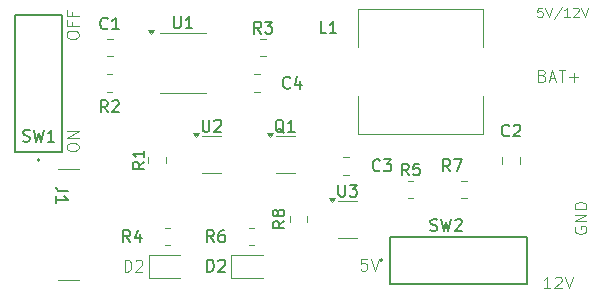
<source format=gbr>
%TF.GenerationSoftware,KiCad,Pcbnew,9.0.1*%
%TF.CreationDate,2025-07-07T08:11:32+05:30*%
%TF.ProjectId,BATTERY_CHARGING,42415454-4552-4595-9f43-48415247494e,rev?*%
%TF.SameCoordinates,Original*%
%TF.FileFunction,Legend,Top*%
%TF.FilePolarity,Positive*%
%FSLAX46Y46*%
G04 Gerber Fmt 4.6, Leading zero omitted, Abs format (unit mm)*
G04 Created by KiCad (PCBNEW 9.0.1) date 2025-07-07 08:11:32*
%MOMM*%
%LPD*%
G01*
G04 APERTURE LIST*
%ADD10C,0.100000*%
%ADD11C,0.125000*%
%ADD12C,0.150000*%
%ADD13C,0.120000*%
%ADD14C,0.127000*%
%ADD15C,0.200000*%
G04 APERTURE END LIST*
D10*
X166637217Y-99096895D02*
X166256265Y-99096895D01*
X166256265Y-99096895D02*
X166218169Y-99477847D01*
X166218169Y-99477847D02*
X166256265Y-99439752D01*
X166256265Y-99439752D02*
X166332455Y-99401657D01*
X166332455Y-99401657D02*
X166522931Y-99401657D01*
X166522931Y-99401657D02*
X166599122Y-99439752D01*
X166599122Y-99439752D02*
X166637217Y-99477847D01*
X166637217Y-99477847D02*
X166675312Y-99554038D01*
X166675312Y-99554038D02*
X166675312Y-99744514D01*
X166675312Y-99744514D02*
X166637217Y-99820704D01*
X166637217Y-99820704D02*
X166599122Y-99858800D01*
X166599122Y-99858800D02*
X166522931Y-99896895D01*
X166522931Y-99896895D02*
X166332455Y-99896895D01*
X166332455Y-99896895D02*
X166256265Y-99858800D01*
X166256265Y-99858800D02*
X166218169Y-99820704D01*
X166903884Y-99096895D02*
X167170551Y-99896895D01*
X167170551Y-99896895D02*
X167437217Y-99096895D01*
X168275312Y-99058800D02*
X167589598Y-100087371D01*
X168961026Y-99896895D02*
X168503883Y-99896895D01*
X168732455Y-99896895D02*
X168732455Y-99096895D01*
X168732455Y-99096895D02*
X168656264Y-99211180D01*
X168656264Y-99211180D02*
X168580074Y-99287371D01*
X168580074Y-99287371D02*
X168503883Y-99325466D01*
X169265788Y-99173085D02*
X169303884Y-99134990D01*
X169303884Y-99134990D02*
X169380074Y-99096895D01*
X169380074Y-99096895D02*
X169570550Y-99096895D01*
X169570550Y-99096895D02*
X169646741Y-99134990D01*
X169646741Y-99134990D02*
X169684836Y-99173085D01*
X169684836Y-99173085D02*
X169722931Y-99249276D01*
X169722931Y-99249276D02*
X169722931Y-99325466D01*
X169722931Y-99325466D02*
X169684836Y-99439752D01*
X169684836Y-99439752D02*
X169227693Y-99896895D01*
X169227693Y-99896895D02*
X169722931Y-99896895D01*
X169951503Y-99096895D02*
X170218170Y-99896895D01*
X170218170Y-99896895D02*
X170484836Y-99096895D01*
X126372419Y-101505639D02*
X126372419Y-101315163D01*
X126372419Y-101315163D02*
X126420038Y-101219925D01*
X126420038Y-101219925D02*
X126515276Y-101124687D01*
X126515276Y-101124687D02*
X126705752Y-101077068D01*
X126705752Y-101077068D02*
X127039085Y-101077068D01*
X127039085Y-101077068D02*
X127229561Y-101124687D01*
X127229561Y-101124687D02*
X127324800Y-101219925D01*
X127324800Y-101219925D02*
X127372419Y-101315163D01*
X127372419Y-101315163D02*
X127372419Y-101505639D01*
X127372419Y-101505639D02*
X127324800Y-101600877D01*
X127324800Y-101600877D02*
X127229561Y-101696115D01*
X127229561Y-101696115D02*
X127039085Y-101743734D01*
X127039085Y-101743734D02*
X126705752Y-101743734D01*
X126705752Y-101743734D02*
X126515276Y-101696115D01*
X126515276Y-101696115D02*
X126420038Y-101600877D01*
X126420038Y-101600877D02*
X126372419Y-101505639D01*
X126848609Y-100315163D02*
X126848609Y-100648496D01*
X127372419Y-100648496D02*
X126372419Y-100648496D01*
X126372419Y-100648496D02*
X126372419Y-100172306D01*
X126848609Y-99458020D02*
X126848609Y-99791353D01*
X127372419Y-99791353D02*
X126372419Y-99791353D01*
X126372419Y-99791353D02*
X126372419Y-99315163D01*
X126372419Y-111005639D02*
X126372419Y-110815163D01*
X126372419Y-110815163D02*
X126420038Y-110719925D01*
X126420038Y-110719925D02*
X126515276Y-110624687D01*
X126515276Y-110624687D02*
X126705752Y-110577068D01*
X126705752Y-110577068D02*
X127039085Y-110577068D01*
X127039085Y-110577068D02*
X127229561Y-110624687D01*
X127229561Y-110624687D02*
X127324800Y-110719925D01*
X127324800Y-110719925D02*
X127372419Y-110815163D01*
X127372419Y-110815163D02*
X127372419Y-111005639D01*
X127372419Y-111005639D02*
X127324800Y-111100877D01*
X127324800Y-111100877D02*
X127229561Y-111196115D01*
X127229561Y-111196115D02*
X127039085Y-111243734D01*
X127039085Y-111243734D02*
X126705752Y-111243734D01*
X126705752Y-111243734D02*
X126515276Y-111196115D01*
X126515276Y-111196115D02*
X126420038Y-111100877D01*
X126420038Y-111100877D02*
X126372419Y-111005639D01*
X127372419Y-110148496D02*
X126372419Y-110148496D01*
X126372419Y-110148496D02*
X127372419Y-109577068D01*
X127372419Y-109577068D02*
X126372419Y-109577068D01*
X166637217Y-104848609D02*
X166780074Y-104896228D01*
X166780074Y-104896228D02*
X166827693Y-104943847D01*
X166827693Y-104943847D02*
X166875312Y-105039085D01*
X166875312Y-105039085D02*
X166875312Y-105181942D01*
X166875312Y-105181942D02*
X166827693Y-105277180D01*
X166827693Y-105277180D02*
X166780074Y-105324800D01*
X166780074Y-105324800D02*
X166684836Y-105372419D01*
X166684836Y-105372419D02*
X166303884Y-105372419D01*
X166303884Y-105372419D02*
X166303884Y-104372419D01*
X166303884Y-104372419D02*
X166637217Y-104372419D01*
X166637217Y-104372419D02*
X166732455Y-104420038D01*
X166732455Y-104420038D02*
X166780074Y-104467657D01*
X166780074Y-104467657D02*
X166827693Y-104562895D01*
X166827693Y-104562895D02*
X166827693Y-104658133D01*
X166827693Y-104658133D02*
X166780074Y-104753371D01*
X166780074Y-104753371D02*
X166732455Y-104800990D01*
X166732455Y-104800990D02*
X166637217Y-104848609D01*
X166637217Y-104848609D02*
X166303884Y-104848609D01*
X167256265Y-105086704D02*
X167732455Y-105086704D01*
X167161027Y-105372419D02*
X167494360Y-104372419D01*
X167494360Y-104372419D02*
X167827693Y-105372419D01*
X168018170Y-104372419D02*
X168589598Y-104372419D01*
X168303884Y-105372419D02*
X168303884Y-104372419D01*
X168922932Y-104991466D02*
X169684837Y-104991466D01*
X169303884Y-105372419D02*
X169303884Y-104610514D01*
X167327693Y-122872419D02*
X166756265Y-122872419D01*
X167041979Y-122872419D02*
X167041979Y-121872419D01*
X167041979Y-121872419D02*
X166946741Y-122015276D01*
X166946741Y-122015276D02*
X166851503Y-122110514D01*
X166851503Y-122110514D02*
X166756265Y-122158133D01*
X167708646Y-121967657D02*
X167756265Y-121920038D01*
X167756265Y-121920038D02*
X167851503Y-121872419D01*
X167851503Y-121872419D02*
X168089598Y-121872419D01*
X168089598Y-121872419D02*
X168184836Y-121920038D01*
X168184836Y-121920038D02*
X168232455Y-121967657D01*
X168232455Y-121967657D02*
X168280074Y-122062895D01*
X168280074Y-122062895D02*
X168280074Y-122158133D01*
X168280074Y-122158133D02*
X168232455Y-122300990D01*
X168232455Y-122300990D02*
X167661027Y-122872419D01*
X167661027Y-122872419D02*
X168280074Y-122872419D01*
X168565789Y-121872419D02*
X168899122Y-122872419D01*
X168899122Y-122872419D02*
X169232455Y-121872419D01*
X169420038Y-117672306D02*
X169372419Y-117767544D01*
X169372419Y-117767544D02*
X169372419Y-117910401D01*
X169372419Y-117910401D02*
X169420038Y-118053258D01*
X169420038Y-118053258D02*
X169515276Y-118148496D01*
X169515276Y-118148496D02*
X169610514Y-118196115D01*
X169610514Y-118196115D02*
X169800990Y-118243734D01*
X169800990Y-118243734D02*
X169943847Y-118243734D01*
X169943847Y-118243734D02*
X170134323Y-118196115D01*
X170134323Y-118196115D02*
X170229561Y-118148496D01*
X170229561Y-118148496D02*
X170324800Y-118053258D01*
X170324800Y-118053258D02*
X170372419Y-117910401D01*
X170372419Y-117910401D02*
X170372419Y-117815163D01*
X170372419Y-117815163D02*
X170324800Y-117672306D01*
X170324800Y-117672306D02*
X170277180Y-117624687D01*
X170277180Y-117624687D02*
X169943847Y-117624687D01*
X169943847Y-117624687D02*
X169943847Y-117815163D01*
X170372419Y-117196115D02*
X169372419Y-117196115D01*
X169372419Y-117196115D02*
X170372419Y-116624687D01*
X170372419Y-116624687D02*
X169372419Y-116624687D01*
X170372419Y-116148496D02*
X169372419Y-116148496D01*
X169372419Y-116148496D02*
X169372419Y-115910401D01*
X169372419Y-115910401D02*
X169420038Y-115767544D01*
X169420038Y-115767544D02*
X169515276Y-115672306D01*
X169515276Y-115672306D02*
X169610514Y-115624687D01*
X169610514Y-115624687D02*
X169800990Y-115577068D01*
X169800990Y-115577068D02*
X169943847Y-115577068D01*
X169943847Y-115577068D02*
X170134323Y-115624687D01*
X170134323Y-115624687D02*
X170229561Y-115672306D01*
X170229561Y-115672306D02*
X170324800Y-115767544D01*
X170324800Y-115767544D02*
X170372419Y-115910401D01*
X170372419Y-115910401D02*
X170372419Y-116148496D01*
X151780074Y-120372419D02*
X151303884Y-120372419D01*
X151303884Y-120372419D02*
X151256265Y-120848609D01*
X151256265Y-120848609D02*
X151303884Y-120800990D01*
X151303884Y-120800990D02*
X151399122Y-120753371D01*
X151399122Y-120753371D02*
X151637217Y-120753371D01*
X151637217Y-120753371D02*
X151732455Y-120800990D01*
X151732455Y-120800990D02*
X151780074Y-120848609D01*
X151780074Y-120848609D02*
X151827693Y-120943847D01*
X151827693Y-120943847D02*
X151827693Y-121181942D01*
X151827693Y-121181942D02*
X151780074Y-121277180D01*
X151780074Y-121277180D02*
X151732455Y-121324800D01*
X151732455Y-121324800D02*
X151637217Y-121372419D01*
X151637217Y-121372419D02*
X151399122Y-121372419D01*
X151399122Y-121372419D02*
X151303884Y-121324800D01*
X151303884Y-121324800D02*
X151256265Y-121277180D01*
X152113408Y-120372419D02*
X152446741Y-121372419D01*
X152446741Y-121372419D02*
X152780074Y-120372419D01*
D11*
X131261905Y-121456119D02*
X131261905Y-120456119D01*
X131261905Y-120456119D02*
X131500000Y-120456119D01*
X131500000Y-120456119D02*
X131642857Y-120503738D01*
X131642857Y-120503738D02*
X131738095Y-120598976D01*
X131738095Y-120598976D02*
X131785714Y-120694214D01*
X131785714Y-120694214D02*
X131833333Y-120884690D01*
X131833333Y-120884690D02*
X131833333Y-121027547D01*
X131833333Y-121027547D02*
X131785714Y-121218023D01*
X131785714Y-121218023D02*
X131738095Y-121313261D01*
X131738095Y-121313261D02*
X131642857Y-121408500D01*
X131642857Y-121408500D02*
X131500000Y-121456119D01*
X131500000Y-121456119D02*
X131261905Y-121456119D01*
X132214286Y-120551357D02*
X132261905Y-120503738D01*
X132261905Y-120503738D02*
X132357143Y-120456119D01*
X132357143Y-120456119D02*
X132595238Y-120456119D01*
X132595238Y-120456119D02*
X132690476Y-120503738D01*
X132690476Y-120503738D02*
X132738095Y-120551357D01*
X132738095Y-120551357D02*
X132785714Y-120646595D01*
X132785714Y-120646595D02*
X132785714Y-120741833D01*
X132785714Y-120741833D02*
X132738095Y-120884690D01*
X132738095Y-120884690D02*
X132166667Y-121456119D01*
X132166667Y-121456119D02*
X132785714Y-121456119D01*
D12*
X126465180Y-114646666D02*
X125750895Y-114646666D01*
X125750895Y-114646666D02*
X125608038Y-114599047D01*
X125608038Y-114599047D02*
X125512800Y-114503809D01*
X125512800Y-114503809D02*
X125465180Y-114360952D01*
X125465180Y-114360952D02*
X125465180Y-114265714D01*
X125465180Y-115646666D02*
X125465180Y-115075238D01*
X125465180Y-115360952D02*
X126465180Y-115360952D01*
X126465180Y-115360952D02*
X126322323Y-115265714D01*
X126322323Y-115265714D02*
X126227085Y-115170476D01*
X126227085Y-115170476D02*
X126179466Y-115075238D01*
X157166667Y-117960800D02*
X157309524Y-118008419D01*
X157309524Y-118008419D02*
X157547619Y-118008419D01*
X157547619Y-118008419D02*
X157642857Y-117960800D01*
X157642857Y-117960800D02*
X157690476Y-117913180D01*
X157690476Y-117913180D02*
X157738095Y-117817942D01*
X157738095Y-117817942D02*
X157738095Y-117722704D01*
X157738095Y-117722704D02*
X157690476Y-117627466D01*
X157690476Y-117627466D02*
X157642857Y-117579847D01*
X157642857Y-117579847D02*
X157547619Y-117532228D01*
X157547619Y-117532228D02*
X157357143Y-117484609D01*
X157357143Y-117484609D02*
X157261905Y-117436990D01*
X157261905Y-117436990D02*
X157214286Y-117389371D01*
X157214286Y-117389371D02*
X157166667Y-117294133D01*
X157166667Y-117294133D02*
X157166667Y-117198895D01*
X157166667Y-117198895D02*
X157214286Y-117103657D01*
X157214286Y-117103657D02*
X157261905Y-117056038D01*
X157261905Y-117056038D02*
X157357143Y-117008419D01*
X157357143Y-117008419D02*
X157595238Y-117008419D01*
X157595238Y-117008419D02*
X157738095Y-117056038D01*
X158071429Y-117008419D02*
X158309524Y-118008419D01*
X158309524Y-118008419D02*
X158500000Y-117294133D01*
X158500000Y-117294133D02*
X158690476Y-118008419D01*
X158690476Y-118008419D02*
X158928572Y-117008419D01*
X159261905Y-117103657D02*
X159309524Y-117056038D01*
X159309524Y-117056038D02*
X159404762Y-117008419D01*
X159404762Y-117008419D02*
X159642857Y-117008419D01*
X159642857Y-117008419D02*
X159738095Y-117056038D01*
X159738095Y-117056038D02*
X159785714Y-117103657D01*
X159785714Y-117103657D02*
X159833333Y-117198895D01*
X159833333Y-117198895D02*
X159833333Y-117294133D01*
X159833333Y-117294133D02*
X159785714Y-117436990D01*
X159785714Y-117436990D02*
X159214286Y-118008419D01*
X159214286Y-118008419D02*
X159833333Y-118008419D01*
X158833333Y-112954819D02*
X158500000Y-112478628D01*
X158261905Y-112954819D02*
X158261905Y-111954819D01*
X158261905Y-111954819D02*
X158642857Y-111954819D01*
X158642857Y-111954819D02*
X158738095Y-112002438D01*
X158738095Y-112002438D02*
X158785714Y-112050057D01*
X158785714Y-112050057D02*
X158833333Y-112145295D01*
X158833333Y-112145295D02*
X158833333Y-112288152D01*
X158833333Y-112288152D02*
X158785714Y-112383390D01*
X158785714Y-112383390D02*
X158738095Y-112431009D01*
X158738095Y-112431009D02*
X158642857Y-112478628D01*
X158642857Y-112478628D02*
X158261905Y-112478628D01*
X159166667Y-111954819D02*
X159833333Y-111954819D01*
X159833333Y-111954819D02*
X159404762Y-112954819D01*
X163833333Y-109909580D02*
X163785714Y-109957200D01*
X163785714Y-109957200D02*
X163642857Y-110004819D01*
X163642857Y-110004819D02*
X163547619Y-110004819D01*
X163547619Y-110004819D02*
X163404762Y-109957200D01*
X163404762Y-109957200D02*
X163309524Y-109861961D01*
X163309524Y-109861961D02*
X163261905Y-109766723D01*
X163261905Y-109766723D02*
X163214286Y-109576247D01*
X163214286Y-109576247D02*
X163214286Y-109433390D01*
X163214286Y-109433390D02*
X163261905Y-109242914D01*
X163261905Y-109242914D02*
X163309524Y-109147676D01*
X163309524Y-109147676D02*
X163404762Y-109052438D01*
X163404762Y-109052438D02*
X163547619Y-109004819D01*
X163547619Y-109004819D02*
X163642857Y-109004819D01*
X163642857Y-109004819D02*
X163785714Y-109052438D01*
X163785714Y-109052438D02*
X163833333Y-109100057D01*
X164214286Y-109100057D02*
X164261905Y-109052438D01*
X164261905Y-109052438D02*
X164357143Y-109004819D01*
X164357143Y-109004819D02*
X164595238Y-109004819D01*
X164595238Y-109004819D02*
X164690476Y-109052438D01*
X164690476Y-109052438D02*
X164738095Y-109100057D01*
X164738095Y-109100057D02*
X164785714Y-109195295D01*
X164785714Y-109195295D02*
X164785714Y-109290533D01*
X164785714Y-109290533D02*
X164738095Y-109433390D01*
X164738095Y-109433390D02*
X164166667Y-110004819D01*
X164166667Y-110004819D02*
X164785714Y-110004819D01*
X144767261Y-109700057D02*
X144672023Y-109652438D01*
X144672023Y-109652438D02*
X144576785Y-109557200D01*
X144576785Y-109557200D02*
X144433928Y-109414342D01*
X144433928Y-109414342D02*
X144338690Y-109366723D01*
X144338690Y-109366723D02*
X144243452Y-109366723D01*
X144291071Y-109604819D02*
X144195833Y-109557200D01*
X144195833Y-109557200D02*
X144100595Y-109461961D01*
X144100595Y-109461961D02*
X144052976Y-109271485D01*
X144052976Y-109271485D02*
X144052976Y-108938152D01*
X144052976Y-108938152D02*
X144100595Y-108747676D01*
X144100595Y-108747676D02*
X144195833Y-108652438D01*
X144195833Y-108652438D02*
X144291071Y-108604819D01*
X144291071Y-108604819D02*
X144481547Y-108604819D01*
X144481547Y-108604819D02*
X144576785Y-108652438D01*
X144576785Y-108652438D02*
X144672023Y-108747676D01*
X144672023Y-108747676D02*
X144719642Y-108938152D01*
X144719642Y-108938152D02*
X144719642Y-109271485D01*
X144719642Y-109271485D02*
X144672023Y-109461961D01*
X144672023Y-109461961D02*
X144576785Y-109557200D01*
X144576785Y-109557200D02*
X144481547Y-109604819D01*
X144481547Y-109604819D02*
X144291071Y-109604819D01*
X145672023Y-109604819D02*
X145100595Y-109604819D01*
X145386309Y-109604819D02*
X145386309Y-108604819D01*
X145386309Y-108604819D02*
X145291071Y-108747676D01*
X145291071Y-108747676D02*
X145195833Y-108842914D01*
X145195833Y-108842914D02*
X145100595Y-108890533D01*
X155333333Y-113304819D02*
X155000000Y-112828628D01*
X154761905Y-113304819D02*
X154761905Y-112304819D01*
X154761905Y-112304819D02*
X155142857Y-112304819D01*
X155142857Y-112304819D02*
X155238095Y-112352438D01*
X155238095Y-112352438D02*
X155285714Y-112400057D01*
X155285714Y-112400057D02*
X155333333Y-112495295D01*
X155333333Y-112495295D02*
X155333333Y-112638152D01*
X155333333Y-112638152D02*
X155285714Y-112733390D01*
X155285714Y-112733390D02*
X155238095Y-112781009D01*
X155238095Y-112781009D02*
X155142857Y-112828628D01*
X155142857Y-112828628D02*
X154761905Y-112828628D01*
X156238095Y-112304819D02*
X155761905Y-112304819D01*
X155761905Y-112304819D02*
X155714286Y-112781009D01*
X155714286Y-112781009D02*
X155761905Y-112733390D01*
X155761905Y-112733390D02*
X155857143Y-112685771D01*
X155857143Y-112685771D02*
X156095238Y-112685771D01*
X156095238Y-112685771D02*
X156190476Y-112733390D01*
X156190476Y-112733390D02*
X156238095Y-112781009D01*
X156238095Y-112781009D02*
X156285714Y-112876247D01*
X156285714Y-112876247D02*
X156285714Y-113114342D01*
X156285714Y-113114342D02*
X156238095Y-113209580D01*
X156238095Y-113209580D02*
X156190476Y-113257200D01*
X156190476Y-113257200D02*
X156095238Y-113304819D01*
X156095238Y-113304819D02*
X155857143Y-113304819D01*
X155857143Y-113304819D02*
X155761905Y-113257200D01*
X155761905Y-113257200D02*
X155714286Y-113209580D01*
X129833333Y-100859580D02*
X129785714Y-100907200D01*
X129785714Y-100907200D02*
X129642857Y-100954819D01*
X129642857Y-100954819D02*
X129547619Y-100954819D01*
X129547619Y-100954819D02*
X129404762Y-100907200D01*
X129404762Y-100907200D02*
X129309524Y-100811961D01*
X129309524Y-100811961D02*
X129261905Y-100716723D01*
X129261905Y-100716723D02*
X129214286Y-100526247D01*
X129214286Y-100526247D02*
X129214286Y-100383390D01*
X129214286Y-100383390D02*
X129261905Y-100192914D01*
X129261905Y-100192914D02*
X129309524Y-100097676D01*
X129309524Y-100097676D02*
X129404762Y-100002438D01*
X129404762Y-100002438D02*
X129547619Y-99954819D01*
X129547619Y-99954819D02*
X129642857Y-99954819D01*
X129642857Y-99954819D02*
X129785714Y-100002438D01*
X129785714Y-100002438D02*
X129833333Y-100050057D01*
X130785714Y-100954819D02*
X130214286Y-100954819D01*
X130500000Y-100954819D02*
X130500000Y-99954819D01*
X130500000Y-99954819D02*
X130404762Y-100097676D01*
X130404762Y-100097676D02*
X130309524Y-100192914D01*
X130309524Y-100192914D02*
X130214286Y-100240533D01*
X137875595Y-108604819D02*
X137875595Y-109414342D01*
X137875595Y-109414342D02*
X137923214Y-109509580D01*
X137923214Y-109509580D02*
X137970833Y-109557200D01*
X137970833Y-109557200D02*
X138066071Y-109604819D01*
X138066071Y-109604819D02*
X138256547Y-109604819D01*
X138256547Y-109604819D02*
X138351785Y-109557200D01*
X138351785Y-109557200D02*
X138399404Y-109509580D01*
X138399404Y-109509580D02*
X138447023Y-109414342D01*
X138447023Y-109414342D02*
X138447023Y-108604819D01*
X138875595Y-108700057D02*
X138923214Y-108652438D01*
X138923214Y-108652438D02*
X139018452Y-108604819D01*
X139018452Y-108604819D02*
X139256547Y-108604819D01*
X139256547Y-108604819D02*
X139351785Y-108652438D01*
X139351785Y-108652438D02*
X139399404Y-108700057D01*
X139399404Y-108700057D02*
X139447023Y-108795295D01*
X139447023Y-108795295D02*
X139447023Y-108890533D01*
X139447023Y-108890533D02*
X139399404Y-109033390D01*
X139399404Y-109033390D02*
X138827976Y-109604819D01*
X138827976Y-109604819D02*
X139447023Y-109604819D01*
X152883333Y-112859580D02*
X152835714Y-112907200D01*
X152835714Y-112907200D02*
X152692857Y-112954819D01*
X152692857Y-112954819D02*
X152597619Y-112954819D01*
X152597619Y-112954819D02*
X152454762Y-112907200D01*
X152454762Y-112907200D02*
X152359524Y-112811961D01*
X152359524Y-112811961D02*
X152311905Y-112716723D01*
X152311905Y-112716723D02*
X152264286Y-112526247D01*
X152264286Y-112526247D02*
X152264286Y-112383390D01*
X152264286Y-112383390D02*
X152311905Y-112192914D01*
X152311905Y-112192914D02*
X152359524Y-112097676D01*
X152359524Y-112097676D02*
X152454762Y-112002438D01*
X152454762Y-112002438D02*
X152597619Y-111954819D01*
X152597619Y-111954819D02*
X152692857Y-111954819D01*
X152692857Y-111954819D02*
X152835714Y-112002438D01*
X152835714Y-112002438D02*
X152883333Y-112050057D01*
X153216667Y-111954819D02*
X153835714Y-111954819D01*
X153835714Y-111954819D02*
X153502381Y-112335771D01*
X153502381Y-112335771D02*
X153645238Y-112335771D01*
X153645238Y-112335771D02*
X153740476Y-112383390D01*
X153740476Y-112383390D02*
X153788095Y-112431009D01*
X153788095Y-112431009D02*
X153835714Y-112526247D01*
X153835714Y-112526247D02*
X153835714Y-112764342D01*
X153835714Y-112764342D02*
X153788095Y-112859580D01*
X153788095Y-112859580D02*
X153740476Y-112907200D01*
X153740476Y-112907200D02*
X153645238Y-112954819D01*
X153645238Y-112954819D02*
X153359524Y-112954819D01*
X153359524Y-112954819D02*
X153264286Y-112907200D01*
X153264286Y-112907200D02*
X153216667Y-112859580D01*
X149375595Y-114104819D02*
X149375595Y-114914342D01*
X149375595Y-114914342D02*
X149423214Y-115009580D01*
X149423214Y-115009580D02*
X149470833Y-115057200D01*
X149470833Y-115057200D02*
X149566071Y-115104819D01*
X149566071Y-115104819D02*
X149756547Y-115104819D01*
X149756547Y-115104819D02*
X149851785Y-115057200D01*
X149851785Y-115057200D02*
X149899404Y-115009580D01*
X149899404Y-115009580D02*
X149947023Y-114914342D01*
X149947023Y-114914342D02*
X149947023Y-114104819D01*
X150327976Y-114104819D02*
X150947023Y-114104819D01*
X150947023Y-114104819D02*
X150613690Y-114485771D01*
X150613690Y-114485771D02*
X150756547Y-114485771D01*
X150756547Y-114485771D02*
X150851785Y-114533390D01*
X150851785Y-114533390D02*
X150899404Y-114581009D01*
X150899404Y-114581009D02*
X150947023Y-114676247D01*
X150947023Y-114676247D02*
X150947023Y-114914342D01*
X150947023Y-114914342D02*
X150899404Y-115009580D01*
X150899404Y-115009580D02*
X150851785Y-115057200D01*
X150851785Y-115057200D02*
X150756547Y-115104819D01*
X150756547Y-115104819D02*
X150470833Y-115104819D01*
X150470833Y-115104819D02*
X150375595Y-115057200D01*
X150375595Y-115057200D02*
X150327976Y-115009580D01*
X122666667Y-110407200D02*
X122809524Y-110454819D01*
X122809524Y-110454819D02*
X123047619Y-110454819D01*
X123047619Y-110454819D02*
X123142857Y-110407200D01*
X123142857Y-110407200D02*
X123190476Y-110359580D01*
X123190476Y-110359580D02*
X123238095Y-110264342D01*
X123238095Y-110264342D02*
X123238095Y-110169104D01*
X123238095Y-110169104D02*
X123190476Y-110073866D01*
X123190476Y-110073866D02*
X123142857Y-110026247D01*
X123142857Y-110026247D02*
X123047619Y-109978628D01*
X123047619Y-109978628D02*
X122857143Y-109931009D01*
X122857143Y-109931009D02*
X122761905Y-109883390D01*
X122761905Y-109883390D02*
X122714286Y-109835771D01*
X122714286Y-109835771D02*
X122666667Y-109740533D01*
X122666667Y-109740533D02*
X122666667Y-109645295D01*
X122666667Y-109645295D02*
X122714286Y-109550057D01*
X122714286Y-109550057D02*
X122761905Y-109502438D01*
X122761905Y-109502438D02*
X122857143Y-109454819D01*
X122857143Y-109454819D02*
X123095238Y-109454819D01*
X123095238Y-109454819D02*
X123238095Y-109502438D01*
X123571429Y-109454819D02*
X123809524Y-110454819D01*
X123809524Y-110454819D02*
X124000000Y-109740533D01*
X124000000Y-109740533D02*
X124190476Y-110454819D01*
X124190476Y-110454819D02*
X124428572Y-109454819D01*
X125333333Y-110454819D02*
X124761905Y-110454819D01*
X125047619Y-110454819D02*
X125047619Y-109454819D01*
X125047619Y-109454819D02*
X124952381Y-109597676D01*
X124952381Y-109597676D02*
X124857143Y-109692914D01*
X124857143Y-109692914D02*
X124761905Y-109740533D01*
X142833333Y-101304819D02*
X142500000Y-100828628D01*
X142261905Y-101304819D02*
X142261905Y-100304819D01*
X142261905Y-100304819D02*
X142642857Y-100304819D01*
X142642857Y-100304819D02*
X142738095Y-100352438D01*
X142738095Y-100352438D02*
X142785714Y-100400057D01*
X142785714Y-100400057D02*
X142833333Y-100495295D01*
X142833333Y-100495295D02*
X142833333Y-100638152D01*
X142833333Y-100638152D02*
X142785714Y-100733390D01*
X142785714Y-100733390D02*
X142738095Y-100781009D01*
X142738095Y-100781009D02*
X142642857Y-100828628D01*
X142642857Y-100828628D02*
X142261905Y-100828628D01*
X143166667Y-100304819D02*
X143785714Y-100304819D01*
X143785714Y-100304819D02*
X143452381Y-100685771D01*
X143452381Y-100685771D02*
X143595238Y-100685771D01*
X143595238Y-100685771D02*
X143690476Y-100733390D01*
X143690476Y-100733390D02*
X143738095Y-100781009D01*
X143738095Y-100781009D02*
X143785714Y-100876247D01*
X143785714Y-100876247D02*
X143785714Y-101114342D01*
X143785714Y-101114342D02*
X143738095Y-101209580D01*
X143738095Y-101209580D02*
X143690476Y-101257200D01*
X143690476Y-101257200D02*
X143595238Y-101304819D01*
X143595238Y-101304819D02*
X143309524Y-101304819D01*
X143309524Y-101304819D02*
X143214286Y-101257200D01*
X143214286Y-101257200D02*
X143166667Y-101209580D01*
X132954819Y-112166666D02*
X132478628Y-112499999D01*
X132954819Y-112738094D02*
X131954819Y-112738094D01*
X131954819Y-112738094D02*
X131954819Y-112357142D01*
X131954819Y-112357142D02*
X132002438Y-112261904D01*
X132002438Y-112261904D02*
X132050057Y-112214285D01*
X132050057Y-112214285D02*
X132145295Y-112166666D01*
X132145295Y-112166666D02*
X132288152Y-112166666D01*
X132288152Y-112166666D02*
X132383390Y-112214285D01*
X132383390Y-112214285D02*
X132431009Y-112261904D01*
X132431009Y-112261904D02*
X132478628Y-112357142D01*
X132478628Y-112357142D02*
X132478628Y-112738094D01*
X132954819Y-111214285D02*
X132954819Y-111785713D01*
X132954819Y-111499999D02*
X131954819Y-111499999D01*
X131954819Y-111499999D02*
X132097676Y-111595237D01*
X132097676Y-111595237D02*
X132192914Y-111690475D01*
X132192914Y-111690475D02*
X132240533Y-111785713D01*
X135438095Y-99854819D02*
X135438095Y-100664342D01*
X135438095Y-100664342D02*
X135485714Y-100759580D01*
X135485714Y-100759580D02*
X135533333Y-100807200D01*
X135533333Y-100807200D02*
X135628571Y-100854819D01*
X135628571Y-100854819D02*
X135819047Y-100854819D01*
X135819047Y-100854819D02*
X135914285Y-100807200D01*
X135914285Y-100807200D02*
X135961904Y-100759580D01*
X135961904Y-100759580D02*
X136009523Y-100664342D01*
X136009523Y-100664342D02*
X136009523Y-99854819D01*
X137009523Y-100854819D02*
X136438095Y-100854819D01*
X136723809Y-100854819D02*
X136723809Y-99854819D01*
X136723809Y-99854819D02*
X136628571Y-99997676D01*
X136628571Y-99997676D02*
X136533333Y-100092914D01*
X136533333Y-100092914D02*
X136438095Y-100140533D01*
X148333333Y-101254819D02*
X147857143Y-101254819D01*
X147857143Y-101254819D02*
X147857143Y-100254819D01*
X149190476Y-101254819D02*
X148619048Y-101254819D01*
X148904762Y-101254819D02*
X148904762Y-100254819D01*
X148904762Y-100254819D02*
X148809524Y-100397676D01*
X148809524Y-100397676D02*
X148714286Y-100492914D01*
X148714286Y-100492914D02*
X148619048Y-100540533D01*
X144804819Y-117166666D02*
X144328628Y-117499999D01*
X144804819Y-117738094D02*
X143804819Y-117738094D01*
X143804819Y-117738094D02*
X143804819Y-117357142D01*
X143804819Y-117357142D02*
X143852438Y-117261904D01*
X143852438Y-117261904D02*
X143900057Y-117214285D01*
X143900057Y-117214285D02*
X143995295Y-117166666D01*
X143995295Y-117166666D02*
X144138152Y-117166666D01*
X144138152Y-117166666D02*
X144233390Y-117214285D01*
X144233390Y-117214285D02*
X144281009Y-117261904D01*
X144281009Y-117261904D02*
X144328628Y-117357142D01*
X144328628Y-117357142D02*
X144328628Y-117738094D01*
X144233390Y-116595237D02*
X144185771Y-116690475D01*
X144185771Y-116690475D02*
X144138152Y-116738094D01*
X144138152Y-116738094D02*
X144042914Y-116785713D01*
X144042914Y-116785713D02*
X143995295Y-116785713D01*
X143995295Y-116785713D02*
X143900057Y-116738094D01*
X143900057Y-116738094D02*
X143852438Y-116690475D01*
X143852438Y-116690475D02*
X143804819Y-116595237D01*
X143804819Y-116595237D02*
X143804819Y-116404761D01*
X143804819Y-116404761D02*
X143852438Y-116309523D01*
X143852438Y-116309523D02*
X143900057Y-116261904D01*
X143900057Y-116261904D02*
X143995295Y-116214285D01*
X143995295Y-116214285D02*
X144042914Y-116214285D01*
X144042914Y-116214285D02*
X144138152Y-116261904D01*
X144138152Y-116261904D02*
X144185771Y-116309523D01*
X144185771Y-116309523D02*
X144233390Y-116404761D01*
X144233390Y-116404761D02*
X144233390Y-116595237D01*
X144233390Y-116595237D02*
X144281009Y-116690475D01*
X144281009Y-116690475D02*
X144328628Y-116738094D01*
X144328628Y-116738094D02*
X144423866Y-116785713D01*
X144423866Y-116785713D02*
X144614342Y-116785713D01*
X144614342Y-116785713D02*
X144709580Y-116738094D01*
X144709580Y-116738094D02*
X144757200Y-116690475D01*
X144757200Y-116690475D02*
X144804819Y-116595237D01*
X144804819Y-116595237D02*
X144804819Y-116404761D01*
X144804819Y-116404761D02*
X144757200Y-116309523D01*
X144757200Y-116309523D02*
X144709580Y-116261904D01*
X144709580Y-116261904D02*
X144614342Y-116214285D01*
X144614342Y-116214285D02*
X144423866Y-116214285D01*
X144423866Y-116214285D02*
X144328628Y-116261904D01*
X144328628Y-116261904D02*
X144281009Y-116309523D01*
X144281009Y-116309523D02*
X144233390Y-116404761D01*
X138833333Y-118954819D02*
X138500000Y-118478628D01*
X138261905Y-118954819D02*
X138261905Y-117954819D01*
X138261905Y-117954819D02*
X138642857Y-117954819D01*
X138642857Y-117954819D02*
X138738095Y-118002438D01*
X138738095Y-118002438D02*
X138785714Y-118050057D01*
X138785714Y-118050057D02*
X138833333Y-118145295D01*
X138833333Y-118145295D02*
X138833333Y-118288152D01*
X138833333Y-118288152D02*
X138785714Y-118383390D01*
X138785714Y-118383390D02*
X138738095Y-118431009D01*
X138738095Y-118431009D02*
X138642857Y-118478628D01*
X138642857Y-118478628D02*
X138261905Y-118478628D01*
X139690476Y-117954819D02*
X139500000Y-117954819D01*
X139500000Y-117954819D02*
X139404762Y-118002438D01*
X139404762Y-118002438D02*
X139357143Y-118050057D01*
X139357143Y-118050057D02*
X139261905Y-118192914D01*
X139261905Y-118192914D02*
X139214286Y-118383390D01*
X139214286Y-118383390D02*
X139214286Y-118764342D01*
X139214286Y-118764342D02*
X139261905Y-118859580D01*
X139261905Y-118859580D02*
X139309524Y-118907200D01*
X139309524Y-118907200D02*
X139404762Y-118954819D01*
X139404762Y-118954819D02*
X139595238Y-118954819D01*
X139595238Y-118954819D02*
X139690476Y-118907200D01*
X139690476Y-118907200D02*
X139738095Y-118859580D01*
X139738095Y-118859580D02*
X139785714Y-118764342D01*
X139785714Y-118764342D02*
X139785714Y-118526247D01*
X139785714Y-118526247D02*
X139738095Y-118431009D01*
X139738095Y-118431009D02*
X139690476Y-118383390D01*
X139690476Y-118383390D02*
X139595238Y-118335771D01*
X139595238Y-118335771D02*
X139404762Y-118335771D01*
X139404762Y-118335771D02*
X139309524Y-118383390D01*
X139309524Y-118383390D02*
X139261905Y-118431009D01*
X139261905Y-118431009D02*
X139214286Y-118526247D01*
X138261905Y-121454819D02*
X138261905Y-120454819D01*
X138261905Y-120454819D02*
X138500000Y-120454819D01*
X138500000Y-120454819D02*
X138642857Y-120502438D01*
X138642857Y-120502438D02*
X138738095Y-120597676D01*
X138738095Y-120597676D02*
X138785714Y-120692914D01*
X138785714Y-120692914D02*
X138833333Y-120883390D01*
X138833333Y-120883390D02*
X138833333Y-121026247D01*
X138833333Y-121026247D02*
X138785714Y-121216723D01*
X138785714Y-121216723D02*
X138738095Y-121311961D01*
X138738095Y-121311961D02*
X138642857Y-121407200D01*
X138642857Y-121407200D02*
X138500000Y-121454819D01*
X138500000Y-121454819D02*
X138261905Y-121454819D01*
X139214286Y-120550057D02*
X139261905Y-120502438D01*
X139261905Y-120502438D02*
X139357143Y-120454819D01*
X139357143Y-120454819D02*
X139595238Y-120454819D01*
X139595238Y-120454819D02*
X139690476Y-120502438D01*
X139690476Y-120502438D02*
X139738095Y-120550057D01*
X139738095Y-120550057D02*
X139785714Y-120645295D01*
X139785714Y-120645295D02*
X139785714Y-120740533D01*
X139785714Y-120740533D02*
X139738095Y-120883390D01*
X139738095Y-120883390D02*
X139166667Y-121454819D01*
X139166667Y-121454819D02*
X139785714Y-121454819D01*
X129833333Y-107954819D02*
X129500000Y-107478628D01*
X129261905Y-107954819D02*
X129261905Y-106954819D01*
X129261905Y-106954819D02*
X129642857Y-106954819D01*
X129642857Y-106954819D02*
X129738095Y-107002438D01*
X129738095Y-107002438D02*
X129785714Y-107050057D01*
X129785714Y-107050057D02*
X129833333Y-107145295D01*
X129833333Y-107145295D02*
X129833333Y-107288152D01*
X129833333Y-107288152D02*
X129785714Y-107383390D01*
X129785714Y-107383390D02*
X129738095Y-107431009D01*
X129738095Y-107431009D02*
X129642857Y-107478628D01*
X129642857Y-107478628D02*
X129261905Y-107478628D01*
X130214286Y-107050057D02*
X130261905Y-107002438D01*
X130261905Y-107002438D02*
X130357143Y-106954819D01*
X130357143Y-106954819D02*
X130595238Y-106954819D01*
X130595238Y-106954819D02*
X130690476Y-107002438D01*
X130690476Y-107002438D02*
X130738095Y-107050057D01*
X130738095Y-107050057D02*
X130785714Y-107145295D01*
X130785714Y-107145295D02*
X130785714Y-107240533D01*
X130785714Y-107240533D02*
X130738095Y-107383390D01*
X130738095Y-107383390D02*
X130166667Y-107954819D01*
X130166667Y-107954819D02*
X130785714Y-107954819D01*
X145283333Y-105859580D02*
X145235714Y-105907200D01*
X145235714Y-105907200D02*
X145092857Y-105954819D01*
X145092857Y-105954819D02*
X144997619Y-105954819D01*
X144997619Y-105954819D02*
X144854762Y-105907200D01*
X144854762Y-105907200D02*
X144759524Y-105811961D01*
X144759524Y-105811961D02*
X144711905Y-105716723D01*
X144711905Y-105716723D02*
X144664286Y-105526247D01*
X144664286Y-105526247D02*
X144664286Y-105383390D01*
X144664286Y-105383390D02*
X144711905Y-105192914D01*
X144711905Y-105192914D02*
X144759524Y-105097676D01*
X144759524Y-105097676D02*
X144854762Y-105002438D01*
X144854762Y-105002438D02*
X144997619Y-104954819D01*
X144997619Y-104954819D02*
X145092857Y-104954819D01*
X145092857Y-104954819D02*
X145235714Y-105002438D01*
X145235714Y-105002438D02*
X145283333Y-105050057D01*
X146140476Y-105288152D02*
X146140476Y-105954819D01*
X145902381Y-104907200D02*
X145664286Y-105621485D01*
X145664286Y-105621485D02*
X146283333Y-105621485D01*
X131745833Y-118954819D02*
X131412500Y-118478628D01*
X131174405Y-118954819D02*
X131174405Y-117954819D01*
X131174405Y-117954819D02*
X131555357Y-117954819D01*
X131555357Y-117954819D02*
X131650595Y-118002438D01*
X131650595Y-118002438D02*
X131698214Y-118050057D01*
X131698214Y-118050057D02*
X131745833Y-118145295D01*
X131745833Y-118145295D02*
X131745833Y-118288152D01*
X131745833Y-118288152D02*
X131698214Y-118383390D01*
X131698214Y-118383390D02*
X131650595Y-118431009D01*
X131650595Y-118431009D02*
X131555357Y-118478628D01*
X131555357Y-118478628D02*
X131174405Y-118478628D01*
X132602976Y-118288152D02*
X132602976Y-118954819D01*
X132364881Y-117907200D02*
X132126786Y-118621485D01*
X132126786Y-118621485D02*
X132745833Y-118621485D01*
D13*
%TO.C,J1*%
X125670000Y-112810000D02*
X127370000Y-112810000D01*
X125670000Y-122150000D02*
X127370000Y-122150000D01*
D14*
%TO.C,SW2*%
X153700000Y-118500000D02*
X153700000Y-122500000D01*
X153700000Y-122500000D02*
X165300000Y-122500000D01*
X165300000Y-118500000D02*
X153700000Y-118500000D01*
X165300000Y-122500000D02*
X165300000Y-118500000D01*
D15*
X153100000Y-120500000D02*
G75*
G02*
X152900000Y-120500000I-100000J0D01*
G01*
X152900000Y-120500000D02*
G75*
G02*
X153100000Y-120500000I100000J0D01*
G01*
D13*
%TO.C,R7*%
X159772936Y-113765000D02*
X160227064Y-113765000D01*
X159772936Y-115235000D02*
X160227064Y-115235000D01*
%TO.C,C2*%
X163265000Y-112311252D02*
X163265000Y-111788748D01*
X164735000Y-112311252D02*
X164735000Y-111788748D01*
%TO.C,Q1*%
X144862500Y-109990000D02*
X144062500Y-109990000D01*
X144862500Y-109990000D02*
X145662500Y-109990000D01*
X144862500Y-113110000D02*
X144062500Y-113110000D01*
X144862500Y-113110000D02*
X145662500Y-113110000D01*
X143562500Y-110040000D02*
X143322500Y-109710000D01*
X143802500Y-109710000D01*
X143562500Y-110040000D01*
G36*
X143562500Y-110040000D02*
G01*
X143322500Y-109710000D01*
X143802500Y-109710000D01*
X143562500Y-110040000D01*
G37*
%TO.C,R5*%
X155272936Y-113765000D02*
X155727064Y-113765000D01*
X155272936Y-115235000D02*
X155727064Y-115235000D01*
%TO.C,C1*%
X129788748Y-101765000D02*
X130311252Y-101765000D01*
X129788748Y-103235000D02*
X130311252Y-103235000D01*
%TO.C,U2*%
X138637500Y-109990000D02*
X137837500Y-109990000D01*
X138637500Y-109990000D02*
X139437500Y-109990000D01*
X138637500Y-113110000D02*
X137837500Y-113110000D01*
X138637500Y-113110000D02*
X139437500Y-113110000D01*
X137337500Y-110040000D02*
X137097500Y-109710000D01*
X137577500Y-109710000D01*
X137337500Y-110040000D01*
G36*
X137337500Y-110040000D02*
G01*
X137097500Y-109710000D01*
X137577500Y-109710000D01*
X137337500Y-110040000D01*
G37*
%TO.C,C3*%
X150311252Y-111765000D02*
X149788748Y-111765000D01*
X150311252Y-113235000D02*
X149788748Y-113235000D01*
%TO.C,U3*%
X150137500Y-115490000D02*
X149337500Y-115490000D01*
X150137500Y-115490000D02*
X150937500Y-115490000D01*
X150137500Y-118610000D02*
X149337500Y-118610000D01*
X150137500Y-118610000D02*
X150937500Y-118610000D01*
X148837500Y-115540000D02*
X148597500Y-115210000D01*
X149077500Y-115210000D01*
X148837500Y-115540000D01*
G36*
X148837500Y-115540000D02*
G01*
X148597500Y-115210000D01*
X149077500Y-115210000D01*
X148837500Y-115540000D01*
G37*
D14*
%TO.C,SW1*%
X122000000Y-99700000D02*
X122000000Y-111300000D01*
X122000000Y-111300000D02*
X126000000Y-111300000D01*
X126000000Y-99700000D02*
X122000000Y-99700000D01*
X126000000Y-111300000D02*
X126000000Y-99700000D01*
D15*
X124100000Y-112000000D02*
G75*
G02*
X123900000Y-112000000I-100000J0D01*
G01*
X123900000Y-112000000D02*
G75*
G02*
X124100000Y-112000000I100000J0D01*
G01*
D13*
%TO.C,R3*%
X142772936Y-101765000D02*
X143227064Y-101765000D01*
X142772936Y-103235000D02*
X143227064Y-103235000D01*
%TO.C,R1*%
X133265000Y-111772936D02*
X133265000Y-112227064D01*
X134735000Y-111772936D02*
X134735000Y-112227064D01*
%TO.C,U1*%
X136200000Y-101240000D02*
X134250000Y-101240000D01*
X136200000Y-101240000D02*
X138150000Y-101240000D01*
X136200000Y-106360000D02*
X134250000Y-106360000D01*
X136200000Y-106360000D02*
X138150000Y-106360000D01*
X133500000Y-101335000D02*
X133260000Y-101005000D01*
X133740000Y-101005000D01*
X133500000Y-101335000D01*
G36*
X133500000Y-101335000D02*
G01*
X133260000Y-101005000D01*
X133740000Y-101005000D01*
X133500000Y-101335000D01*
G37*
%TO.C,L1*%
X151050000Y-99200000D02*
X161650000Y-99200000D01*
X151050000Y-102400000D02*
X151050000Y-99200000D01*
X151050000Y-109800000D02*
X151050000Y-106600000D01*
X161650000Y-99200000D02*
X161650000Y-102400000D01*
X161650000Y-106600000D02*
X161650000Y-109800000D01*
X161650000Y-109800000D02*
X151050000Y-109800000D01*
%TO.C,R8*%
X145265000Y-117227064D02*
X145265000Y-116772936D01*
X146735000Y-117227064D02*
X146735000Y-116772936D01*
%TO.C,R6*%
X142227064Y-117765000D02*
X141772936Y-117765000D01*
X142227064Y-119235000D02*
X141772936Y-119235000D01*
%TO.C,D2*%
X140315000Y-120040000D02*
X140315000Y-121960000D01*
X140315000Y-121960000D02*
X143000000Y-121960000D01*
X143000000Y-120040000D02*
X140315000Y-120040000D01*
%TO.C,D1*%
X133315000Y-120040000D02*
X133315000Y-121960000D01*
X133315000Y-121960000D02*
X136000000Y-121960000D01*
X136000000Y-120040000D02*
X133315000Y-120040000D01*
%TO.C,R2*%
X130227064Y-104765000D02*
X129772936Y-104765000D01*
X130227064Y-106235000D02*
X129772936Y-106235000D01*
%TO.C,C4*%
X142238748Y-104765000D02*
X142761252Y-104765000D01*
X142238748Y-106235000D02*
X142761252Y-106235000D01*
%TO.C,R4*%
X134685436Y-117765000D02*
X135139564Y-117765000D01*
X134685436Y-119235000D02*
X135139564Y-119235000D01*
%TD*%
M02*

</source>
